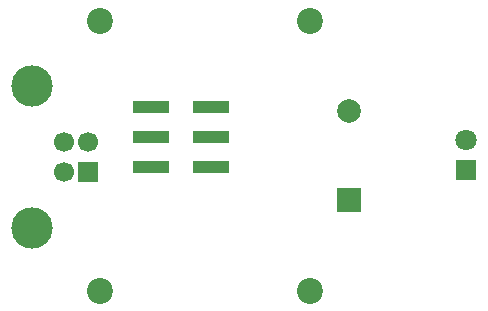
<source format=gts>
%TF.GenerationSoftware,KiCad,Pcbnew,7.0.6*%
%TF.CreationDate,2023-08-20T20:53:31-04:00*%
%TF.ProjectId,Safe-To-Mate-O-Matic-v3,53616665-2d54-46f2-9d4d-6174652d4f2d,rev?*%
%TF.SameCoordinates,Original*%
%TF.FileFunction,Soldermask,Top*%
%TF.FilePolarity,Negative*%
%FSLAX46Y46*%
G04 Gerber Fmt 4.6, Leading zero omitted, Abs format (unit mm)*
G04 Created by KiCad (PCBNEW 7.0.6) date 2023-08-20 20:53:31*
%MOMM*%
%LPD*%
G01*
G04 APERTURE LIST*
%ADD10C,2.200000*%
%ADD11R,1.800000X1.800000*%
%ADD12C,1.800000*%
%ADD13R,2.000000X2.000000*%
%ADD14C,2.000000*%
%ADD15R,3.150000X1.000000*%
%ADD16R,1.700000X1.700000*%
%ADD17C,1.700000*%
%ADD18C,3.500000*%
G04 APERTURE END LIST*
D10*
%TO.C,H4*%
X159512000Y-94755000D03*
%TD*%
D11*
%TO.C,D1*%
X172720000Y-84582000D03*
D12*
X172720000Y-82042000D03*
%TD*%
D10*
%TO.C,H3*%
X159512000Y-71895000D03*
%TD*%
D13*
%TO.C,BZ1*%
X162814000Y-87112000D03*
D14*
X162814000Y-79512000D03*
%TD*%
D15*
%TO.C,J3*%
X146065000Y-79248000D03*
X151115000Y-79248000D03*
X146065000Y-81788000D03*
X151115000Y-81788000D03*
X146065000Y-84328000D03*
X151115000Y-84328000D03*
%TD*%
D10*
%TO.C,H2*%
X141732000Y-71895000D03*
%TD*%
D16*
%TO.C,J1*%
X140689500Y-84689000D03*
D17*
X140689500Y-82189000D03*
X138689500Y-82189000D03*
X138689500Y-84689000D03*
D18*
X135979500Y-89459000D03*
X135979500Y-77419000D03*
%TD*%
D10*
%TO.C,H1*%
X141732000Y-94755000D03*
%TD*%
M02*

</source>
